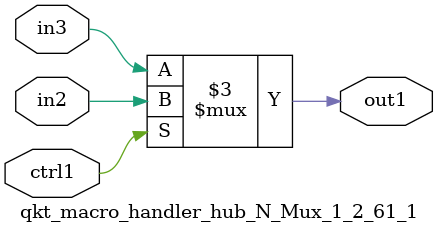
<source format=v>

`timescale 1ps / 1ps


module qkt_macro_handler_hub_N_Mux_1_2_61_1( in3, in2, ctrl1, out1 );

    input in3;
    input in2;
    input ctrl1;
    output out1;
    reg out1;

    
    // rtl_process:qkt_macro_handler_hub_N_Mux_1_2_61_1/qkt_macro_handler_hub_N_Mux_1_2_61_1_thread_1
    always @*
      begin : qkt_macro_handler_hub_N_Mux_1_2_61_1_thread_1
        case (ctrl1) 
          1'b1: 
            begin
              out1 = in2;
            end
          default: 
            begin
              out1 = in3;
            end
        endcase
      end

endmodule



</source>
